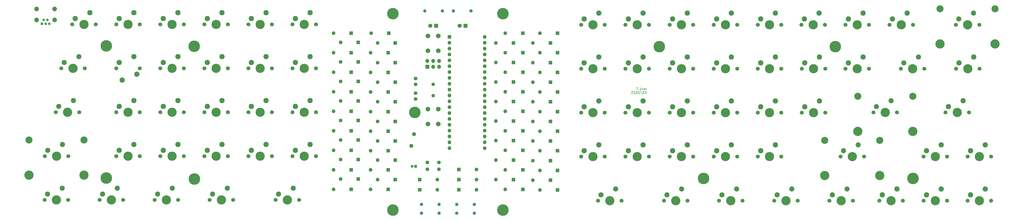
<source format=gbr>
G04 #@! TF.GenerationSoftware,KiCad,Pcbnew,7.0.5*
G04 #@! TF.CreationDate,2023-06-09T18:05:41+02:00*
G04 #@! TF.ProjectId,lumberjack,6c756d62-6572-46a6-9163-6b2e6b696361,1.7*
G04 #@! TF.SameCoordinates,Original*
G04 #@! TF.FileFunction,Soldermask,Bot*
G04 #@! TF.FilePolarity,Negative*
%FSLAX46Y46*%
G04 Gerber Fmt 4.6, Leading zero omitted, Abs format (unit mm)*
G04 Created by KiCad (PCBNEW 7.0.5) date 2023-06-09 18:05:41*
%MOMM*%
%LPD*%
G01*
G04 APERTURE LIST*
%ADD10C,0.200000*%
%ADD11C,5.000000*%
%ADD12O,1.600000X1.600000*%
%ADD13R,1.600000X1.600000*%
%ADD14C,1.600000*%
%ADD15R,1.800000X1.800000*%
%ADD16C,1.800000*%
%ADD17C,1.710000*%
%ADD18R,1.200000X1.200000*%
%ADD19C,1.200000*%
%ADD20C,2.000000*%
%ADD21R,1.700000X1.700000*%
%ADD22O,1.700000X1.700000*%
%ADD23C,1.400000*%
%ADD24O,1.400000X1.400000*%
%ADD25C,1.500000*%
%ADD26C,1.700000*%
%ADD27C,4.000000*%
%ADD28C,2.200000*%
%ADD29C,3.050000*%
%ADD30C,1.701800*%
%ADD31C,3.987800*%
%ADD32C,2.286000*%
%ADD33C,1.100000*%
%ADD34R,1.100000X1.100000*%
%ADD35O,2.000000X2.000000*%
G04 APERTURE END LIST*
D10*
X238263326Y-92611219D02*
X238263326Y-91944552D01*
X238263326Y-92135028D02*
X238215707Y-92039790D01*
X238215707Y-92039790D02*
X238168088Y-91992171D01*
X238168088Y-91992171D02*
X238072850Y-91944552D01*
X238072850Y-91944552D02*
X237977612Y-91944552D01*
X237263326Y-92563600D02*
X237358564Y-92611219D01*
X237358564Y-92611219D02*
X237549040Y-92611219D01*
X237549040Y-92611219D02*
X237644278Y-92563600D01*
X237644278Y-92563600D02*
X237691897Y-92468361D01*
X237691897Y-92468361D02*
X237691897Y-92087409D01*
X237691897Y-92087409D02*
X237644278Y-91992171D01*
X237644278Y-91992171D02*
X237549040Y-91944552D01*
X237549040Y-91944552D02*
X237358564Y-91944552D01*
X237358564Y-91944552D02*
X237263326Y-91992171D01*
X237263326Y-91992171D02*
X237215707Y-92087409D01*
X237215707Y-92087409D02*
X237215707Y-92182647D01*
X237215707Y-92182647D02*
X237691897Y-92277885D01*
X236882373Y-91944552D02*
X236644278Y-92611219D01*
X236644278Y-92611219D02*
X236406183Y-91944552D01*
X235501421Y-92611219D02*
X236072849Y-92611219D01*
X235787135Y-92611219D02*
X235787135Y-91611219D01*
X235787135Y-91611219D02*
X235882373Y-91754076D01*
X235882373Y-91754076D02*
X235977611Y-91849314D01*
X235977611Y-91849314D02*
X236072849Y-91896933D01*
X235072849Y-92515980D02*
X235025230Y-92563600D01*
X235025230Y-92563600D02*
X235072849Y-92611219D01*
X235072849Y-92611219D02*
X235120468Y-92563600D01*
X235120468Y-92563600D02*
X235072849Y-92515980D01*
X235072849Y-92515980D02*
X235072849Y-92611219D01*
X234691897Y-91611219D02*
X234025231Y-91611219D01*
X234025231Y-91611219D02*
X234453802Y-92611219D01*
X238072850Y-93221219D02*
X237977612Y-93221219D01*
X237977612Y-93221219D02*
X237882374Y-93268838D01*
X237882374Y-93268838D02*
X237834755Y-93316457D01*
X237834755Y-93316457D02*
X237787136Y-93411695D01*
X237787136Y-93411695D02*
X237739517Y-93602171D01*
X237739517Y-93602171D02*
X237739517Y-93840266D01*
X237739517Y-93840266D02*
X237787136Y-94030742D01*
X237787136Y-94030742D02*
X237834755Y-94125980D01*
X237834755Y-94125980D02*
X237882374Y-94173600D01*
X237882374Y-94173600D02*
X237977612Y-94221219D01*
X237977612Y-94221219D02*
X238072850Y-94221219D01*
X238072850Y-94221219D02*
X238168088Y-94173600D01*
X238168088Y-94173600D02*
X238215707Y-94125980D01*
X238215707Y-94125980D02*
X238263326Y-94030742D01*
X238263326Y-94030742D02*
X238310945Y-93840266D01*
X238310945Y-93840266D02*
X238310945Y-93602171D01*
X238310945Y-93602171D02*
X238263326Y-93411695D01*
X238263326Y-93411695D02*
X238215707Y-93316457D01*
X238215707Y-93316457D02*
X238168088Y-93268838D01*
X238168088Y-93268838D02*
X238072850Y-93221219D01*
X237406183Y-93221219D02*
X236787136Y-93221219D01*
X236787136Y-93221219D02*
X237120469Y-93602171D01*
X237120469Y-93602171D02*
X236977612Y-93602171D01*
X236977612Y-93602171D02*
X236882374Y-93649790D01*
X236882374Y-93649790D02*
X236834755Y-93697409D01*
X236834755Y-93697409D02*
X236787136Y-93792647D01*
X236787136Y-93792647D02*
X236787136Y-94030742D01*
X236787136Y-94030742D02*
X236834755Y-94125980D01*
X236834755Y-94125980D02*
X236882374Y-94173600D01*
X236882374Y-94173600D02*
X236977612Y-94221219D01*
X236977612Y-94221219D02*
X237263326Y-94221219D01*
X237263326Y-94221219D02*
X237358564Y-94173600D01*
X237358564Y-94173600D02*
X237406183Y-94125980D01*
X235644279Y-93173600D02*
X236501421Y-94459314D01*
X235358564Y-93316457D02*
X235310945Y-93268838D01*
X235310945Y-93268838D02*
X235215707Y-93221219D01*
X235215707Y-93221219D02*
X234977612Y-93221219D01*
X234977612Y-93221219D02*
X234882374Y-93268838D01*
X234882374Y-93268838D02*
X234834755Y-93316457D01*
X234834755Y-93316457D02*
X234787136Y-93411695D01*
X234787136Y-93411695D02*
X234787136Y-93506933D01*
X234787136Y-93506933D02*
X234834755Y-93649790D01*
X234834755Y-93649790D02*
X235406183Y-94221219D01*
X235406183Y-94221219D02*
X234787136Y-94221219D01*
X234168088Y-93221219D02*
X234072850Y-93221219D01*
X234072850Y-93221219D02*
X233977612Y-93268838D01*
X233977612Y-93268838D02*
X233929993Y-93316457D01*
X233929993Y-93316457D02*
X233882374Y-93411695D01*
X233882374Y-93411695D02*
X233834755Y-93602171D01*
X233834755Y-93602171D02*
X233834755Y-93840266D01*
X233834755Y-93840266D02*
X233882374Y-94030742D01*
X233882374Y-94030742D02*
X233929993Y-94125980D01*
X233929993Y-94125980D02*
X233977612Y-94173600D01*
X233977612Y-94173600D02*
X234072850Y-94221219D01*
X234072850Y-94221219D02*
X234168088Y-94221219D01*
X234168088Y-94221219D02*
X234263326Y-94173600D01*
X234263326Y-94173600D02*
X234310945Y-94125980D01*
X234310945Y-94125980D02*
X234358564Y-94030742D01*
X234358564Y-94030742D02*
X234406183Y-93840266D01*
X234406183Y-93840266D02*
X234406183Y-93602171D01*
X234406183Y-93602171D02*
X234358564Y-93411695D01*
X234358564Y-93411695D02*
X234310945Y-93316457D01*
X234310945Y-93316457D02*
X234263326Y-93268838D01*
X234263326Y-93268838D02*
X234168088Y-93221219D01*
X233453802Y-93316457D02*
X233406183Y-93268838D01*
X233406183Y-93268838D02*
X233310945Y-93221219D01*
X233310945Y-93221219D02*
X233072850Y-93221219D01*
X233072850Y-93221219D02*
X232977612Y-93268838D01*
X232977612Y-93268838D02*
X232929993Y-93316457D01*
X232929993Y-93316457D02*
X232882374Y-93411695D01*
X232882374Y-93411695D02*
X232882374Y-93506933D01*
X232882374Y-93506933D02*
X232929993Y-93649790D01*
X232929993Y-93649790D02*
X233501421Y-94221219D01*
X233501421Y-94221219D02*
X232882374Y-94221219D01*
X232549040Y-93221219D02*
X231929993Y-93221219D01*
X231929993Y-93221219D02*
X232263326Y-93602171D01*
X232263326Y-93602171D02*
X232120469Y-93602171D01*
X232120469Y-93602171D02*
X232025231Y-93649790D01*
X232025231Y-93649790D02*
X231977612Y-93697409D01*
X231977612Y-93697409D02*
X231929993Y-93792647D01*
X231929993Y-93792647D02*
X231929993Y-94030742D01*
X231929993Y-94030742D02*
X231977612Y-94125980D01*
X231977612Y-94125980D02*
X232025231Y-94173600D01*
X232025231Y-94173600D02*
X232120469Y-94221219D01*
X232120469Y-94221219D02*
X232406183Y-94221219D01*
X232406183Y-94221219D02*
X232501421Y-94173600D01*
X232501421Y-94173600D02*
X232549040Y-94125980D01*
D11*
X319950048Y-73849952D03*
X4700000Y-73500000D03*
X4700000Y-130810000D03*
D12*
X192190000Y-93500000D03*
D13*
X199810000Y-93500000D03*
D14*
X138430000Y-96520000D03*
X138430000Y-94020000D03*
X138430000Y-90170000D03*
X138430000Y-87670000D03*
D15*
X160020000Y-64770000D03*
D16*
X157480000Y-64770000D03*
D17*
X136560000Y-116850000D03*
X137760000Y-111750000D03*
D13*
X129620000Y-89250000D03*
D12*
X122000000Y-89250000D03*
D13*
X126620000Y-93500000D03*
D12*
X119000000Y-93500000D03*
D13*
X110620000Y-118782500D03*
D12*
X103000000Y-118782500D03*
D13*
X110620000Y-84927500D03*
D12*
X103000000Y-84927500D03*
D13*
X129620000Y-80750000D03*
D12*
X122000000Y-80750000D03*
D13*
X126620000Y-110500000D03*
D12*
X119000000Y-110500000D03*
D18*
X138430000Y-125730000D03*
D19*
X136930000Y-125730000D03*
D13*
X113620000Y-88927500D03*
D12*
X106000000Y-88927500D03*
D20*
X143800000Y-107390000D03*
X143800000Y-100890000D03*
X148300000Y-107390000D03*
X148300000Y-100890000D03*
D11*
X128587608Y-59531300D03*
X176212648Y-59531300D03*
X128587608Y-144661059D03*
X176212648Y-144661059D03*
D13*
X180810000Y-123058549D03*
D12*
X173190000Y-123058549D03*
D15*
X147320000Y-64770000D03*
D16*
X144780000Y-64770000D03*
D13*
X110620000Y-110318750D03*
D12*
X103000000Y-110318750D03*
D13*
X113620000Y-80463750D03*
D12*
X106000000Y-80463750D03*
D13*
X113620000Y-114318750D03*
D12*
X106000000Y-114318750D03*
D13*
X129620000Y-72250000D03*
D12*
X122000000Y-72250000D03*
D13*
X110620000Y-76463750D03*
D12*
X103000000Y-76463750D03*
D13*
X113620000Y-122782500D03*
D12*
X106000000Y-122782500D03*
D13*
X126810000Y-68000000D03*
D12*
X119190000Y-68000000D03*
D13*
X113620000Y-72000000D03*
D12*
X106000000Y-72000000D03*
D13*
X129620000Y-97750000D03*
D12*
X122000000Y-97750000D03*
D13*
X113620000Y-131246250D03*
D12*
X106000000Y-131246250D03*
D13*
X126620000Y-102000000D03*
D12*
X119000000Y-102000000D03*
D13*
X113620000Y-97391250D03*
D12*
X106000000Y-97391250D03*
D13*
X199810000Y-68000000D03*
D12*
X192190000Y-68000000D03*
D13*
X126620000Y-85000000D03*
D12*
X119000000Y-85000000D03*
D13*
X180810000Y-72235273D03*
D12*
X173190000Y-72235273D03*
D13*
X129620000Y-106250000D03*
D12*
X122000000Y-106250000D03*
D13*
X199810000Y-119000000D03*
D12*
X192190000Y-119000000D03*
D20*
X143800000Y-75640000D03*
X143800000Y-69140000D03*
X148300000Y-75640000D03*
X148300000Y-69140000D03*
D14*
X143510000Y-124023435D03*
X148510000Y-124023435D03*
D13*
X110620000Y-135710000D03*
D12*
X103000000Y-135710000D03*
D13*
X199810000Y-127500000D03*
D12*
X192190000Y-127500000D03*
D13*
X126620000Y-127264375D03*
D12*
X119000000Y-127264375D03*
D13*
X196810000Y-89250000D03*
D12*
X189190000Y-89250000D03*
D13*
X129620000Y-123014375D03*
D12*
X122000000Y-123014375D03*
D13*
X184810000Y-118823276D03*
D12*
X177190000Y-118823276D03*
D13*
X184810000Y-68000000D03*
D12*
X177190000Y-68000000D03*
D13*
X180810000Y-89176365D03*
D12*
X173190000Y-89176365D03*
D13*
X129620000Y-131514375D03*
D12*
X122000000Y-131514375D03*
D13*
X199810000Y-85000000D03*
D12*
X192190000Y-85000000D03*
D13*
X126620000Y-135764375D03*
D12*
X119000000Y-135764375D03*
D13*
X184810000Y-110352730D03*
D12*
X177190000Y-110352730D03*
D13*
X196810000Y-106250000D03*
D12*
X189190000Y-106250000D03*
D13*
X199810000Y-110500000D03*
D12*
X192190000Y-110500000D03*
D13*
X184810000Y-84941092D03*
D12*
X177190000Y-84941092D03*
D13*
X196810000Y-80750000D03*
D12*
X189190000Y-80750000D03*
D13*
X180810000Y-106117457D03*
D12*
X173190000Y-106117457D03*
D13*
X180810000Y-114588003D03*
D12*
X173190000Y-114588003D03*
D13*
X196810000Y-114750000D03*
D12*
X189190000Y-114750000D03*
D13*
X184810000Y-127293822D03*
D12*
X177190000Y-127293822D03*
D13*
X199810000Y-76500000D03*
D12*
X192190000Y-76500000D03*
D13*
X126620000Y-119000000D03*
D12*
X119000000Y-119000000D03*
D13*
X180810000Y-80705819D03*
D12*
X173190000Y-80705819D03*
D13*
X196810000Y-123250000D03*
D12*
X189190000Y-123250000D03*
D13*
X196810000Y-72250000D03*
D12*
X189190000Y-72250000D03*
D14*
X143550000Y-127000000D03*
X148550000Y-127000000D03*
D21*
X143525000Y-82555000D03*
D22*
X143525000Y-80015000D03*
X146065000Y-82555000D03*
X146065000Y-80015000D03*
X148605000Y-82555000D03*
X148605000Y-80015000D03*
D11*
X138112616Y-102393836D03*
D13*
X184810000Y-76470546D03*
D12*
X177190000Y-76470546D03*
D13*
X129620000Y-114750000D03*
D12*
X122000000Y-114750000D03*
D13*
X110620000Y-127246250D03*
D12*
X103000000Y-127246250D03*
D13*
X110620000Y-93391250D03*
D12*
X103000000Y-93391250D03*
D13*
X110620000Y-68000000D03*
D12*
X103000000Y-68000000D03*
D23*
X156210000Y-146050000D03*
D24*
X163830000Y-146050000D03*
D25*
X146050000Y-90170000D03*
X146050000Y-95050000D03*
D13*
X126620000Y-76500000D03*
D12*
X119000000Y-76500000D03*
D23*
X140970000Y-146050000D03*
D24*
X148590000Y-146050000D03*
D23*
X150018876Y-58340674D03*
D24*
X142398876Y-58340674D03*
D23*
X162401380Y-58340674D03*
D24*
X154781380Y-58340674D03*
D23*
X140970000Y-142240000D03*
D24*
X148590000Y-142240000D03*
D13*
X184810000Y-93411638D03*
D12*
X177190000Y-93411638D03*
D23*
X163830000Y-142240000D03*
D24*
X156210000Y-142240000D03*
D13*
X110620000Y-101855000D03*
D12*
X103000000Y-101855000D03*
D13*
X113620000Y-105855000D03*
D12*
X106000000Y-105855000D03*
D26*
X-14789920Y-83206196D03*
D27*
X-9709920Y-83206196D03*
D26*
X-4629920Y-83206196D03*
D28*
X-7169920Y-78126196D03*
X-13519920Y-80666196D03*
D26*
X-17139920Y-102306196D03*
D27*
X-12059920Y-102306196D03*
D26*
X-6979920Y-102306196D03*
D28*
X-9519920Y-97226196D03*
X-15869920Y-99766196D03*
D29*
X-28749920Y-114336196D03*
D27*
X-28749920Y-129576196D03*
D26*
X-21929920Y-121336196D03*
D27*
X-16849920Y-121336196D03*
D26*
X-11769920Y-121336196D03*
D29*
X-4949920Y-114336196D03*
D27*
X-4949920Y-129576196D03*
D28*
X-14309920Y-116256196D03*
X-20659920Y-118796196D03*
D26*
X-21980000Y-140300000D03*
D27*
X-16900000Y-140300000D03*
D26*
X-11820000Y-140300000D03*
D28*
X-14360000Y-135220000D03*
X-20710000Y-137760000D03*
D30*
X9019936Y-64200000D03*
D31*
X14099936Y-64200000D03*
D30*
X19179936Y-64200000D03*
D32*
X16639936Y-59120000D03*
X10289936Y-61660000D03*
D30*
X9019936Y-83250016D03*
X19179936Y-83250016D03*
D32*
X11559936Y-88330016D03*
X16639936Y-78170016D03*
X10289936Y-80710016D03*
X17909936Y-85790016D03*
D30*
X9019936Y-102300032D03*
D31*
X14099936Y-102300032D03*
D30*
X19179936Y-102300032D03*
D32*
X16639936Y-97220032D03*
X10289936Y-99760032D03*
D30*
X9019936Y-121350048D03*
D31*
X14099936Y-121350048D03*
D30*
X19179936Y-121350048D03*
D32*
X16639936Y-116270048D03*
X10289936Y-118810048D03*
D26*
X1820000Y-140300000D03*
D27*
X6900000Y-140300000D03*
D26*
X11980000Y-140300000D03*
D28*
X9440000Y-135220000D03*
X3090000Y-137760000D03*
D30*
X28069952Y-64200000D03*
D31*
X33149952Y-64200000D03*
D30*
X38229952Y-64200000D03*
D32*
X35689952Y-59120000D03*
X29339952Y-61660000D03*
D30*
X28069952Y-83250016D03*
D31*
X33149952Y-83250016D03*
D30*
X38229952Y-83250016D03*
D32*
X35689952Y-78170016D03*
X29339952Y-80710016D03*
D26*
X25620000Y-140306196D03*
D27*
X30700000Y-140306196D03*
D26*
X35780000Y-140306196D03*
D28*
X33240000Y-135226196D03*
X26890000Y-137766196D03*
D30*
X47119968Y-64200000D03*
D31*
X52199968Y-64200000D03*
D30*
X57279968Y-64200000D03*
D32*
X54739968Y-59120000D03*
X48389968Y-61660000D03*
D30*
X47119968Y-83250016D03*
D31*
X52199968Y-83250016D03*
D30*
X57279968Y-83250016D03*
D32*
X54739968Y-78170016D03*
X48389968Y-80710016D03*
D30*
X47119968Y-102300032D03*
D31*
X52199968Y-102300032D03*
D30*
X57279968Y-102300032D03*
D32*
X54739968Y-97220032D03*
X48389968Y-99760032D03*
D30*
X47119968Y-121350048D03*
D31*
X52199968Y-121350048D03*
D30*
X57279968Y-121350048D03*
D32*
X54739968Y-116270048D03*
X48389968Y-118810048D03*
D26*
X49420000Y-140300000D03*
D27*
X54500000Y-140300000D03*
D26*
X59580000Y-140300000D03*
D28*
X57040000Y-135220000D03*
X50690000Y-137760000D03*
D30*
X66169984Y-64200000D03*
D31*
X71249984Y-64200000D03*
D30*
X76329984Y-64200000D03*
D32*
X73789984Y-59120000D03*
X67439984Y-61660000D03*
D30*
X66169984Y-83250016D03*
D31*
X71249984Y-83250016D03*
D30*
X76329984Y-83250016D03*
D32*
X73789984Y-78170016D03*
X67439984Y-80710016D03*
D30*
X66169984Y-102300032D03*
D31*
X71249984Y-102300032D03*
D30*
X76329984Y-102300032D03*
D32*
X73789984Y-97220032D03*
X67439984Y-99760032D03*
D30*
X66169984Y-121350048D03*
D31*
X71249984Y-121350048D03*
D30*
X76329984Y-121350048D03*
D32*
X73789984Y-116270048D03*
X67439984Y-118810048D03*
D30*
X85220000Y-64200000D03*
D31*
X90300000Y-64200000D03*
D30*
X95380000Y-64200000D03*
D32*
X92840000Y-59120000D03*
X86490000Y-61660000D03*
D30*
X85220000Y-83250016D03*
D31*
X90300000Y-83250016D03*
D30*
X95380000Y-83250016D03*
D32*
X92840000Y-78170016D03*
X86490000Y-80710016D03*
D30*
X85220000Y-102300032D03*
D31*
X90300000Y-102300032D03*
D30*
X95380000Y-102300032D03*
D32*
X92840000Y-97220032D03*
X86490000Y-99760032D03*
D30*
X85220000Y-121350048D03*
D31*
X90300000Y-121350048D03*
D30*
X95380000Y-121350048D03*
D32*
X92840000Y-116270048D03*
X86490000Y-118810048D03*
D26*
X77920000Y-140300000D03*
D27*
X83000000Y-140300000D03*
D26*
X88080000Y-140300000D03*
D28*
X85540000Y-135220000D03*
X79190000Y-137760000D03*
D30*
X210120000Y-64349952D03*
D31*
X215200000Y-64349952D03*
D30*
X220280000Y-64349952D03*
D32*
X217740000Y-59269952D03*
X211390000Y-61809952D03*
D30*
X210120000Y-83399968D03*
D31*
X215200000Y-83399968D03*
D30*
X220280000Y-83399968D03*
D32*
X217740000Y-78319968D03*
X211390000Y-80859968D03*
D30*
X210120000Y-102449984D03*
D31*
X215200000Y-102449984D03*
D30*
X220280000Y-102449984D03*
D32*
X217740000Y-97369984D03*
X211390000Y-99909984D03*
D30*
X210120000Y-121500000D03*
D31*
X215200000Y-121500000D03*
D30*
X220280000Y-121500000D03*
D32*
X217740000Y-116420000D03*
X211390000Y-118960000D03*
D26*
X217320000Y-140600000D03*
D27*
X222400000Y-140600000D03*
D26*
X227480000Y-140600000D03*
D28*
X224940000Y-135520000D03*
X218590000Y-138060000D03*
D30*
X229220000Y-64349952D03*
D31*
X234300000Y-64349952D03*
D30*
X239380000Y-64349952D03*
D32*
X236840000Y-59269952D03*
X230490000Y-61809952D03*
D30*
X229220000Y-83399968D03*
D31*
X234300000Y-83399968D03*
D30*
X239380000Y-83399968D03*
D32*
X236840000Y-78319968D03*
X230490000Y-80859968D03*
D30*
X229220000Y-102449984D03*
D31*
X234300000Y-102449984D03*
D30*
X239380000Y-102449984D03*
D32*
X236840000Y-97369984D03*
X230490000Y-99909984D03*
D30*
X229220000Y-121500000D03*
D31*
X234300000Y-121500000D03*
D30*
X239380000Y-121500000D03*
D32*
X236840000Y-116420000D03*
X230490000Y-118960000D03*
D30*
X248320032Y-64343756D03*
D31*
X253400032Y-64343756D03*
D30*
X258480032Y-64343756D03*
D32*
X255940032Y-59263756D03*
X249590032Y-61803756D03*
D30*
X248320032Y-83393772D03*
D31*
X253400032Y-83393772D03*
D30*
X258480032Y-83393772D03*
D32*
X255940032Y-78313772D03*
X249590032Y-80853772D03*
D30*
X248320032Y-102443788D03*
D31*
X253400032Y-102443788D03*
D30*
X258480032Y-102443788D03*
D32*
X255940032Y-97363788D03*
X249590032Y-99903788D03*
D30*
X248320032Y-121493804D03*
D31*
X253400032Y-121493804D03*
D30*
X258480032Y-121493804D03*
D32*
X255940032Y-116413804D03*
X249590032Y-118953804D03*
D26*
X245920000Y-140600000D03*
D27*
X251000000Y-140600000D03*
D26*
X256080000Y-140600000D03*
D28*
X253540000Y-135520000D03*
X247190000Y-138060000D03*
D30*
X267420032Y-64343756D03*
D31*
X272500032Y-64343756D03*
D30*
X277580032Y-64343756D03*
D32*
X275040032Y-59263756D03*
X268690032Y-61803756D03*
D30*
X267420032Y-83393772D03*
D31*
X272500032Y-83393772D03*
D30*
X277580032Y-83393772D03*
D32*
X275040032Y-78313772D03*
X268690032Y-80853772D03*
D30*
X267420032Y-102443788D03*
D31*
X272500032Y-102443788D03*
D30*
X277580032Y-102443788D03*
D32*
X275040032Y-97363788D03*
X268690032Y-99903788D03*
D30*
X267420032Y-121493804D03*
D31*
X272500032Y-121493804D03*
D30*
X277580032Y-121493804D03*
D32*
X275040032Y-116413804D03*
X268690032Y-118953804D03*
D26*
X269720000Y-140600000D03*
D27*
X274800000Y-140600000D03*
D26*
X279880000Y-140600000D03*
D28*
X277340000Y-135520000D03*
X270990000Y-138060000D03*
D30*
X286470048Y-64343756D03*
D31*
X291550048Y-64343756D03*
D30*
X296630048Y-64343756D03*
D32*
X294090048Y-59263756D03*
X287740048Y-61803756D03*
D30*
X286470048Y-83393772D03*
D31*
X291550048Y-83393772D03*
D30*
X296630048Y-83393772D03*
D32*
X294090048Y-78313772D03*
X287740048Y-80853772D03*
D30*
X286470048Y-102443788D03*
D31*
X291550048Y-102443788D03*
D30*
X296630048Y-102443788D03*
D32*
X294090048Y-97363788D03*
X287740048Y-99903788D03*
D30*
X286470048Y-121493804D03*
D31*
X291550048Y-121493804D03*
D30*
X296630048Y-121493804D03*
D32*
X294090048Y-116413804D03*
X287740048Y-118953804D03*
D26*
X293520000Y-140600000D03*
D27*
X298600000Y-140600000D03*
D26*
X303680000Y-140600000D03*
D28*
X301140000Y-135520000D03*
X294790000Y-138060000D03*
D30*
X305370048Y-64343756D03*
D31*
X310450048Y-64343756D03*
D30*
X315530048Y-64343756D03*
D32*
X312990048Y-59263756D03*
X306640048Y-61803756D03*
D30*
X305519808Y-83393772D03*
D31*
X310599808Y-83393772D03*
D30*
X315679808Y-83393772D03*
D32*
X313139808Y-78313772D03*
X306789808Y-80853772D03*
D30*
X305519808Y-102443788D03*
D31*
X310599808Y-102443788D03*
D30*
X315679808Y-102443788D03*
D32*
X313139808Y-97363788D03*
X306789808Y-99903788D03*
D29*
X315400000Y-114480000D03*
D27*
X315400000Y-129720000D03*
D26*
X322220000Y-121480000D03*
D27*
X327300000Y-121480000D03*
D26*
X332380000Y-121480000D03*
D29*
X339200000Y-114480000D03*
D27*
X339200000Y-129720000D03*
D28*
X329840000Y-116400000D03*
X323490000Y-118940000D03*
D26*
X317420000Y-140600000D03*
D27*
X322500000Y-140600000D03*
D26*
X327580000Y-140600000D03*
D28*
X325040000Y-135520000D03*
X318690000Y-138060000D03*
D30*
X28069952Y-102300032D03*
D31*
X33149952Y-102300032D03*
D30*
X38229952Y-102300032D03*
D32*
X35689952Y-97220032D03*
X29339952Y-99760032D03*
D30*
X28069952Y-121350048D03*
D31*
X33149952Y-121350048D03*
D30*
X38229952Y-121350048D03*
D32*
X35689952Y-116270048D03*
X29339952Y-118810048D03*
D11*
X42800000Y-131200000D03*
X243840000Y-73849952D03*
X263000000Y-130950048D03*
X42672000Y-73660000D03*
D30*
X-10030128Y-64199946D03*
D31*
X-4950128Y-64199946D03*
D30*
X129872Y-64199946D03*
D32*
X-2410128Y-59119946D03*
X-8760128Y-61659946D03*
D30*
X377220000Y-121500000D03*
D31*
X382300000Y-121500000D03*
D30*
X387380000Y-121500000D03*
D32*
X384840000Y-116420000D03*
X378490000Y-118960000D03*
D29*
X365300000Y-57380000D03*
D27*
X365300000Y-72620000D03*
D26*
X372120000Y-64380000D03*
D27*
X377200000Y-64380000D03*
D26*
X382280000Y-64380000D03*
D29*
X389100000Y-57380000D03*
D27*
X389100000Y-72620000D03*
D28*
X379740000Y-59300000D03*
X373390000Y-61840000D03*
D13*
X153125000Y-69625000D03*
D12*
X153125000Y-72165000D03*
X153125000Y-74705000D03*
X153125000Y-77245000D03*
X153125000Y-79785000D03*
X153125000Y-82325000D03*
X153125000Y-84865000D03*
X153125000Y-87405000D03*
X153125000Y-89945000D03*
X153125000Y-92485000D03*
X153125000Y-95025000D03*
X153125000Y-97565000D03*
X153125000Y-100105000D03*
X153125000Y-102645000D03*
X153125000Y-105185000D03*
X153125000Y-107725000D03*
X153125000Y-110265000D03*
X153125000Y-112805000D03*
X153125000Y-115345000D03*
X153125000Y-117885000D03*
X168365000Y-117885000D03*
X168365000Y-115345000D03*
X168365000Y-112805000D03*
X168365000Y-110265000D03*
X168365000Y-107725000D03*
X168365000Y-105185000D03*
X168365000Y-102645000D03*
X168365000Y-100105000D03*
X168365000Y-97565000D03*
X168365000Y-95025000D03*
X168365000Y-92485000D03*
X168365000Y-89945000D03*
X168365000Y-87405000D03*
X168365000Y-84865000D03*
X168365000Y-82325000D03*
X168365000Y-79785000D03*
X168365000Y-77245000D03*
X168365000Y-74705000D03*
X168365000Y-72165000D03*
X168365000Y-69625000D03*
D13*
X199810000Y-102000000D03*
D12*
X192190000Y-102000000D03*
D30*
X343470048Y-64343756D03*
D31*
X348550048Y-64343756D03*
D30*
X353630048Y-64343756D03*
D32*
X351090048Y-59263756D03*
X344740048Y-61803756D03*
D13*
X157190000Y-127104375D03*
D12*
X164810000Y-127104375D03*
D30*
X377220000Y-140600000D03*
D31*
X382300000Y-140600000D03*
D30*
X387380000Y-140600000D03*
D32*
X384840000Y-135520000D03*
X378490000Y-138060000D03*
D13*
X180810000Y-131529095D03*
D12*
X173190000Y-131529095D03*
D33*
X-19990000Y-63952000D03*
X-20790000Y-62202000D03*
X-21590000Y-63952000D03*
X-22390000Y-62202000D03*
D34*
X-23190000Y-63952000D03*
D35*
X-25490000Y-57502000D03*
X-25490000Y-62202000D03*
X-17690000Y-57502000D03*
X-17690000Y-62202000D03*
D13*
X180810000Y-97646911D03*
D12*
X173190000Y-97646911D03*
D11*
X353600000Y-131000000D03*
D26*
X348320000Y-83400000D03*
D27*
X353400000Y-83400000D03*
D26*
X358480000Y-83400000D03*
D28*
X355940000Y-78320000D03*
X349590000Y-80860000D03*
D13*
X157190000Y-135924375D03*
D12*
X164810000Y-135924375D03*
D30*
X358120000Y-140600000D03*
D31*
X363200000Y-140600000D03*
D30*
X368280000Y-140600000D03*
D32*
X365740000Y-135520000D03*
X359390000Y-138060000D03*
D13*
X199810000Y-136000000D03*
D12*
X192190000Y-136000000D03*
D30*
X324420048Y-64343756D03*
D31*
X329500048Y-64343756D03*
D30*
X334580048Y-64343756D03*
D32*
X332040048Y-59263756D03*
X325690048Y-61803756D03*
D13*
X140190000Y-131514375D03*
D12*
X147810000Y-131514375D03*
D30*
X324420048Y-83393772D03*
D31*
X329500048Y-83393772D03*
D30*
X334580048Y-83393772D03*
D32*
X332040048Y-78313772D03*
X325690048Y-80853772D03*
D13*
X157190000Y-131514375D03*
D12*
X164810000Y-131514375D03*
D13*
X196810000Y-131750000D03*
D12*
X189190000Y-131750000D03*
D13*
X196810000Y-97750000D03*
D12*
X189190000Y-97750000D03*
D29*
X329700000Y-95380000D03*
D27*
X329700000Y-110620000D03*
D26*
X336520000Y-102380000D03*
D27*
X341600000Y-102380000D03*
D26*
X346680000Y-102380000D03*
D29*
X353500000Y-95380000D03*
D27*
X353500000Y-110620000D03*
D28*
X344140000Y-97300000D03*
X337790000Y-99840000D03*
D30*
X339020000Y-140600000D03*
D31*
X344100000Y-140600000D03*
D30*
X349180000Y-140600000D03*
D32*
X346640000Y-135520000D03*
X340290000Y-138060000D03*
D30*
X372220000Y-83400000D03*
D31*
X377300000Y-83400000D03*
D30*
X382380000Y-83400000D03*
D32*
X379840000Y-78320000D03*
X373490000Y-80860000D03*
D13*
X184810000Y-135764375D03*
D12*
X177190000Y-135764375D03*
D13*
X184810000Y-101882184D03*
D12*
X177190000Y-101882184D03*
D13*
X140190000Y-135924375D03*
D12*
X147810000Y-135924375D03*
D30*
X367620000Y-102400000D03*
D31*
X372700000Y-102400000D03*
D30*
X377780000Y-102400000D03*
D32*
X375240000Y-97320000D03*
X368890000Y-99860000D03*
D30*
X358120000Y-121500000D03*
D31*
X363200000Y-121500000D03*
D30*
X368280000Y-121500000D03*
D32*
X365740000Y-116420000D03*
X359390000Y-118960000D03*
M02*

</source>
